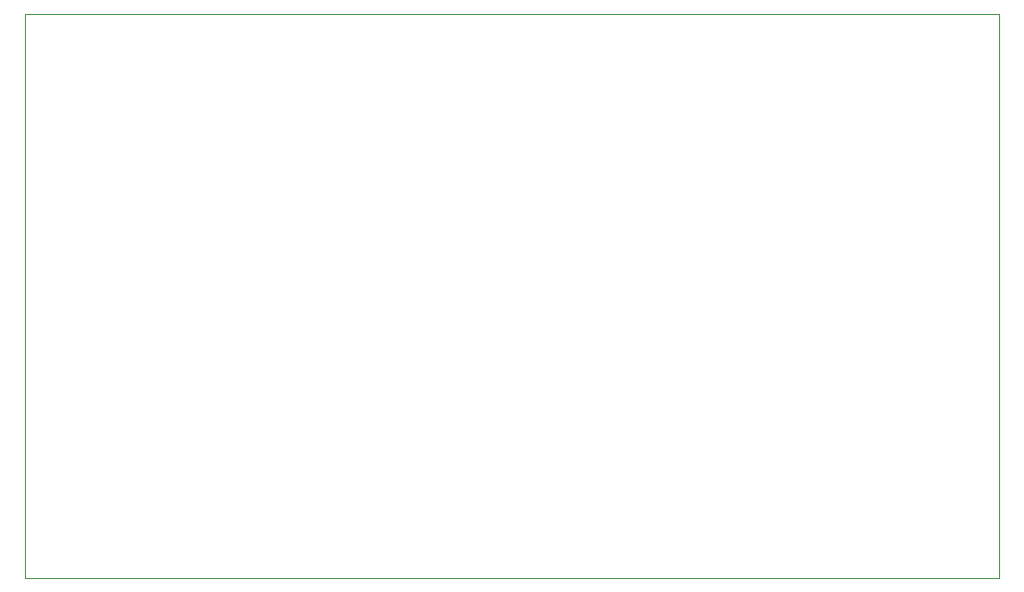
<source format=gbr>
%TF.GenerationSoftware,KiCad,Pcbnew,9.0.0*%
%TF.CreationDate,2025-03-31T18:12:05+05:30*%
%TF.ProjectId,Buck,4275636b-2e6b-4696-9361-645f70636258,rev?*%
%TF.SameCoordinates,Original*%
%TF.FileFunction,Profile,NP*%
%FSLAX46Y46*%
G04 Gerber Fmt 4.6, Leading zero omitted, Abs format (unit mm)*
G04 Created by KiCad (PCBNEW 9.0.0) date 2025-03-31 18:12:05*
%MOMM*%
%LPD*%
G01*
G04 APERTURE LIST*
%TA.AperFunction,Profile*%
%ADD10C,0.050000*%
%TD*%
G04 APERTURE END LIST*
D10*
X119800000Y-99065000D02*
X202550000Y-99065000D01*
X202550000Y-146920000D01*
X119800000Y-146920000D01*
X119800000Y-99065000D01*
M02*

</source>
